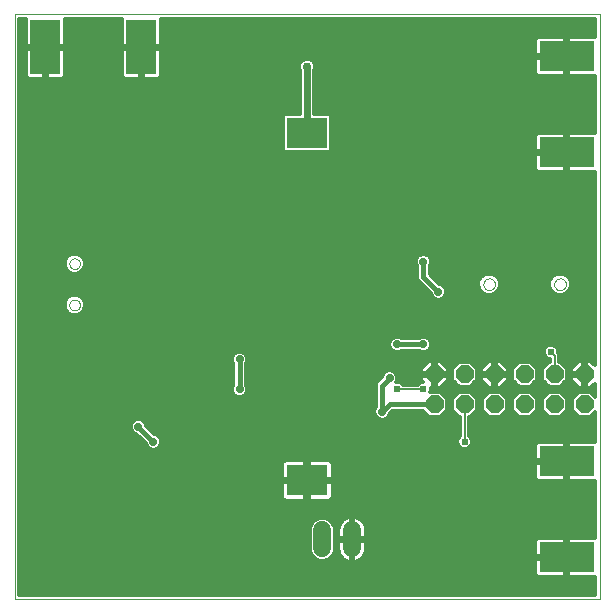
<source format=gbl>
G75*
G70*
%OFA0B0*%
%FSLAX24Y24*%
%IPPOS*%
%LPD*%
%AMOC8*
5,1,8,0,0,1.08239X$1,22.5*
%
%ADD10C,0.0000*%
%ADD11R,0.1000X0.1800*%
%ADD12R,0.1800X0.1000*%
%ADD13R,0.1378X0.1024*%
%ADD14OC8,0.0600*%
%ADD15C,0.0594*%
%ADD16C,0.0300*%
%ADD17C,0.0280*%
%ADD18C,0.0120*%
%ADD19C,0.0240*%
%ADD20C,0.0180*%
%ADD21C,0.0240*%
%ADD22C,0.0060*%
D10*
X000675Y000300D02*
X000675Y019800D01*
X020175Y019800D01*
X020175Y000300D01*
X000675Y000300D01*
X002498Y010111D02*
X002500Y010137D01*
X002506Y010163D01*
X002516Y010188D01*
X002529Y010211D01*
X002545Y010231D01*
X002565Y010249D01*
X002587Y010264D01*
X002610Y010276D01*
X002636Y010284D01*
X002662Y010288D01*
X002688Y010288D01*
X002714Y010284D01*
X002740Y010276D01*
X002764Y010264D01*
X002785Y010249D01*
X002805Y010231D01*
X002821Y010211D01*
X002834Y010188D01*
X002844Y010163D01*
X002850Y010137D01*
X002852Y010111D01*
X002850Y010085D01*
X002844Y010059D01*
X002834Y010034D01*
X002821Y010011D01*
X002805Y009991D01*
X002785Y009973D01*
X002763Y009958D01*
X002740Y009946D01*
X002714Y009938D01*
X002688Y009934D01*
X002662Y009934D01*
X002636Y009938D01*
X002610Y009946D01*
X002586Y009958D01*
X002565Y009973D01*
X002545Y009991D01*
X002529Y010011D01*
X002516Y010034D01*
X002506Y010059D01*
X002500Y010085D01*
X002498Y010111D01*
X002498Y011489D02*
X002500Y011515D01*
X002506Y011541D01*
X002516Y011566D01*
X002529Y011589D01*
X002545Y011609D01*
X002565Y011627D01*
X002587Y011642D01*
X002610Y011654D01*
X002636Y011662D01*
X002662Y011666D01*
X002688Y011666D01*
X002714Y011662D01*
X002740Y011654D01*
X002764Y011642D01*
X002785Y011627D01*
X002805Y011609D01*
X002821Y011589D01*
X002834Y011566D01*
X002844Y011541D01*
X002850Y011515D01*
X002852Y011489D01*
X002850Y011463D01*
X002844Y011437D01*
X002834Y011412D01*
X002821Y011389D01*
X002805Y011369D01*
X002785Y011351D01*
X002763Y011336D01*
X002740Y011324D01*
X002714Y011316D01*
X002688Y011312D01*
X002662Y011312D01*
X002636Y011316D01*
X002610Y011324D01*
X002586Y011336D01*
X002565Y011351D01*
X002545Y011369D01*
X002529Y011389D01*
X002516Y011412D01*
X002506Y011437D01*
X002500Y011463D01*
X002498Y011489D01*
X000800Y019800D02*
X005800Y019800D01*
X016297Y010800D02*
X016299Y010827D01*
X016305Y010854D01*
X016314Y010880D01*
X016327Y010904D01*
X016343Y010927D01*
X016362Y010946D01*
X016384Y010963D01*
X016408Y010977D01*
X016433Y010987D01*
X016460Y010994D01*
X016487Y010997D01*
X016515Y010996D01*
X016542Y010991D01*
X016568Y010983D01*
X016592Y010971D01*
X016615Y010955D01*
X016636Y010937D01*
X016653Y010916D01*
X016668Y010892D01*
X016679Y010867D01*
X016687Y010841D01*
X016691Y010814D01*
X016691Y010786D01*
X016687Y010759D01*
X016679Y010733D01*
X016668Y010708D01*
X016653Y010684D01*
X016636Y010663D01*
X016615Y010645D01*
X016593Y010629D01*
X016568Y010617D01*
X016542Y010609D01*
X016515Y010604D01*
X016487Y010603D01*
X016460Y010606D01*
X016433Y010613D01*
X016408Y010623D01*
X016384Y010637D01*
X016362Y010654D01*
X016343Y010673D01*
X016327Y010696D01*
X016314Y010720D01*
X016305Y010746D01*
X016299Y010773D01*
X016297Y010800D01*
X018659Y010800D02*
X018661Y010827D01*
X018667Y010854D01*
X018676Y010880D01*
X018689Y010904D01*
X018705Y010927D01*
X018724Y010946D01*
X018746Y010963D01*
X018770Y010977D01*
X018795Y010987D01*
X018822Y010994D01*
X018849Y010997D01*
X018877Y010996D01*
X018904Y010991D01*
X018930Y010983D01*
X018954Y010971D01*
X018977Y010955D01*
X018998Y010937D01*
X019015Y010916D01*
X019030Y010892D01*
X019041Y010867D01*
X019049Y010841D01*
X019053Y010814D01*
X019053Y010786D01*
X019049Y010759D01*
X019041Y010733D01*
X019030Y010708D01*
X019015Y010684D01*
X018998Y010663D01*
X018977Y010645D01*
X018955Y010629D01*
X018930Y010617D01*
X018904Y010609D01*
X018877Y010604D01*
X018849Y010603D01*
X018822Y010606D01*
X018795Y010613D01*
X018770Y010623D01*
X018746Y010637D01*
X018724Y010654D01*
X018705Y010673D01*
X018689Y010696D01*
X018676Y010720D01*
X018667Y010746D01*
X018661Y010773D01*
X018659Y010800D01*
X020175Y014300D02*
X020175Y019300D01*
X020175Y005800D02*
X020175Y000800D01*
D11*
X004900Y018700D03*
X001700Y018700D03*
D12*
X019075Y018400D03*
X019075Y015200D03*
X019075Y004900D03*
X019075Y001700D03*
D13*
X010425Y004263D03*
X010425Y015837D03*
D14*
X014675Y007800D03*
X014675Y006800D03*
X015675Y006800D03*
X015675Y007800D03*
X016675Y007800D03*
X016675Y006800D03*
X017675Y006800D03*
X017675Y007800D03*
X018675Y007800D03*
X018675Y006800D03*
X019675Y006800D03*
X019675Y007800D03*
D15*
X011925Y002597D02*
X011925Y002003D01*
X010925Y002003D02*
X010925Y002597D01*
D16*
X003175Y008300D03*
X001675Y008300D03*
X001675Y013300D03*
X003175Y013300D03*
X006425Y015675D03*
X006425Y016550D03*
X010425Y018050D03*
X014425Y016550D03*
X014425Y016050D03*
X014425Y012550D03*
D17*
X014300Y011550D03*
X015175Y011050D03*
X014800Y010550D03*
X014300Y008800D03*
X013425Y008800D03*
X013175Y007675D03*
X012925Y006550D03*
X012675Y005425D03*
X012675Y004925D03*
X012675Y004300D03*
X012675Y003800D03*
X009425Y001550D03*
X008675Y001425D03*
X008675Y000800D03*
X007925Y002675D03*
X007425Y002675D03*
X006675Y001425D03*
X006675Y000800D03*
X005425Y001550D03*
X004675Y001425D03*
X004675Y000800D03*
X002675Y000800D03*
X002675Y001425D03*
X003425Y002675D03*
X003925Y002675D03*
X003675Y004050D03*
X003425Y005550D03*
X002675Y005550D03*
X004175Y005550D03*
X004800Y006050D03*
X005300Y005550D03*
X007175Y005550D03*
X007925Y005550D03*
X007675Y004050D03*
X009300Y006675D03*
X008175Y007300D03*
X008175Y008300D03*
X004675Y012050D03*
X014925Y014800D03*
X019300Y012925D03*
D18*
X020015Y012980D02*
X000835Y012980D01*
X000835Y013098D02*
X020015Y013098D01*
X020015Y013217D02*
X000835Y013217D01*
X000835Y013335D02*
X020015Y013335D01*
X020015Y013454D02*
X000835Y013454D01*
X000835Y013572D02*
X020015Y013572D01*
X020015Y013691D02*
X000835Y013691D01*
X000835Y013809D02*
X020015Y013809D01*
X020015Y013928D02*
X000835Y013928D01*
X000835Y014046D02*
X020015Y014046D01*
X020015Y014165D02*
X000835Y014165D01*
X000835Y014283D02*
X020015Y014283D01*
X020015Y014402D02*
X000835Y014402D01*
X000835Y014520D02*
X020015Y014520D01*
X020015Y014545D02*
X020015Y008111D01*
X019866Y008260D01*
X019715Y008260D01*
X019715Y007840D01*
X019635Y007840D01*
X019635Y008260D01*
X019484Y008260D01*
X019215Y007991D01*
X019215Y007840D01*
X019635Y007840D01*
X019635Y007760D01*
X019715Y007760D01*
X019715Y007340D01*
X019866Y007340D01*
X020015Y007489D01*
X020015Y007054D01*
X019849Y007220D01*
X019501Y007220D01*
X019255Y006974D01*
X019255Y006626D01*
X019501Y006380D01*
X019849Y006380D01*
X020015Y006546D01*
X020015Y005555D01*
X019996Y005560D01*
X019135Y005560D01*
X019135Y004960D01*
X019015Y004960D01*
X019015Y005560D01*
X018154Y005560D01*
X018113Y005549D01*
X018077Y005528D01*
X018047Y005498D01*
X018026Y005462D01*
X018015Y005421D01*
X018015Y004960D01*
X019015Y004960D01*
X019015Y004840D01*
X019135Y004840D01*
X019135Y004240D01*
X019996Y004240D01*
X020015Y004245D01*
X020015Y002355D01*
X019996Y002360D01*
X019135Y002360D01*
X019135Y001760D01*
X019015Y001760D01*
X019015Y002360D01*
X018154Y002360D01*
X018113Y002349D01*
X018077Y002328D01*
X018047Y002298D01*
X018026Y002262D01*
X018015Y002221D01*
X018015Y001760D01*
X019015Y001760D01*
X019015Y001640D01*
X019135Y001640D01*
X019135Y001040D01*
X019996Y001040D01*
X020015Y001045D01*
X020015Y000460D01*
X000835Y000460D01*
X000835Y019640D01*
X001045Y019640D01*
X001040Y019621D01*
X001040Y018760D01*
X001640Y018760D01*
X001640Y018640D01*
X001760Y018640D01*
X001760Y018760D01*
X002360Y018760D01*
X002360Y019621D01*
X002355Y019640D01*
X004245Y019640D01*
X004240Y019621D01*
X004240Y018760D01*
X004840Y018760D01*
X004840Y018640D01*
X004960Y018640D01*
X004960Y018760D01*
X005560Y018760D01*
X005560Y019621D01*
X005555Y019640D01*
X020015Y019640D01*
X020015Y019055D01*
X019996Y019060D01*
X019135Y019060D01*
X019135Y018460D01*
X019015Y018460D01*
X019015Y019060D01*
X018154Y019060D01*
X018113Y019049D01*
X018077Y019028D01*
X018047Y018998D01*
X018026Y018962D01*
X018015Y018921D01*
X018015Y018460D01*
X019015Y018460D01*
X019015Y018340D01*
X019135Y018340D01*
X019135Y017740D01*
X019996Y017740D01*
X020015Y017745D01*
X020015Y015855D01*
X019996Y015860D01*
X019135Y015860D01*
X019135Y015260D01*
X019015Y015260D01*
X019015Y015860D01*
X018154Y015860D01*
X018113Y015849D01*
X018077Y015828D01*
X018047Y015798D01*
X018026Y015762D01*
X018015Y015721D01*
X018015Y015260D01*
X019015Y015260D01*
X019015Y015140D01*
X019135Y015140D01*
X019135Y014540D01*
X019996Y014540D01*
X020015Y014545D01*
X019135Y014639D02*
X019015Y014639D01*
X019015Y014540D02*
X019015Y015140D01*
X018015Y015140D01*
X018015Y014679D01*
X018026Y014638D01*
X018047Y014602D01*
X018077Y014572D01*
X018113Y014551D01*
X018154Y014540D01*
X019015Y014540D01*
X019015Y014757D02*
X019135Y014757D01*
X019135Y014876D02*
X019015Y014876D01*
X019015Y014994D02*
X019135Y014994D01*
X019135Y015113D02*
X019015Y015113D01*
X019015Y015231D02*
X011189Y015231D01*
X011164Y015206D02*
X011234Y015276D01*
X011234Y016399D01*
X011164Y016469D01*
X010665Y016469D01*
X010665Y017924D01*
X010695Y017996D01*
X010695Y018104D01*
X010654Y018203D01*
X010578Y018279D01*
X010479Y018320D01*
X010371Y018320D01*
X010272Y018279D01*
X010196Y018203D01*
X010155Y018104D01*
X010155Y017996D01*
X010185Y017924D01*
X010185Y016469D01*
X009686Y016469D01*
X009616Y016399D01*
X009616Y015276D01*
X009686Y015206D01*
X011164Y015206D01*
X011234Y015350D02*
X018015Y015350D01*
X018015Y015468D02*
X011234Y015468D01*
X011234Y015587D02*
X018015Y015587D01*
X018015Y015705D02*
X011234Y015705D01*
X011234Y015824D02*
X018072Y015824D01*
X018015Y015113D02*
X000835Y015113D01*
X000835Y015231D02*
X009661Y015231D01*
X009616Y015350D02*
X000835Y015350D01*
X000835Y015468D02*
X009616Y015468D01*
X009616Y015587D02*
X000835Y015587D01*
X000835Y015705D02*
X009616Y015705D01*
X009616Y015824D02*
X000835Y015824D01*
X000835Y015942D02*
X009616Y015942D01*
X009616Y016061D02*
X000835Y016061D01*
X000835Y016179D02*
X009616Y016179D01*
X009616Y016298D02*
X000835Y016298D01*
X000835Y016416D02*
X009633Y016416D01*
X010185Y016535D02*
X000835Y016535D01*
X000835Y016653D02*
X010185Y016653D01*
X010185Y016772D02*
X000835Y016772D01*
X000835Y016890D02*
X010185Y016890D01*
X010185Y017009D02*
X000835Y017009D01*
X000835Y017127D02*
X010185Y017127D01*
X010185Y017246D02*
X000835Y017246D01*
X000835Y017364D02*
X010185Y017364D01*
X010185Y017483D02*
X000835Y017483D01*
X000835Y017601D02*
X010185Y017601D01*
X010185Y017720D02*
X005538Y017720D01*
X005528Y017702D02*
X005549Y017738D01*
X005560Y017779D01*
X005560Y018640D01*
X004960Y018640D01*
X004960Y017640D01*
X005421Y017640D01*
X005462Y017651D01*
X005498Y017672D01*
X005528Y017702D01*
X005560Y017838D02*
X010185Y017838D01*
X010171Y017957D02*
X005560Y017957D01*
X005560Y018075D02*
X010155Y018075D01*
X010192Y018194D02*
X005560Y018194D01*
X005560Y018312D02*
X010352Y018312D01*
X010498Y018312D02*
X018015Y018312D01*
X018015Y018340D02*
X018015Y017879D01*
X018026Y017838D01*
X010665Y017838D01*
X010665Y017720D02*
X020015Y017720D01*
X020015Y017601D02*
X010665Y017601D01*
X010665Y017483D02*
X020015Y017483D01*
X020015Y017364D02*
X010665Y017364D01*
X010665Y017246D02*
X020015Y017246D01*
X020015Y017127D02*
X010665Y017127D01*
X010665Y017009D02*
X020015Y017009D01*
X020015Y016890D02*
X010665Y016890D01*
X010665Y016772D02*
X020015Y016772D01*
X020015Y016653D02*
X010665Y016653D01*
X010665Y016535D02*
X020015Y016535D01*
X020015Y016416D02*
X011217Y016416D01*
X011234Y016298D02*
X020015Y016298D01*
X020015Y016179D02*
X011234Y016179D01*
X011234Y016061D02*
X020015Y016061D01*
X020015Y015942D02*
X011234Y015942D01*
X010679Y017957D02*
X018015Y017957D01*
X018015Y018075D02*
X010695Y018075D01*
X010658Y018194D02*
X018015Y018194D01*
X018015Y018340D02*
X019015Y018340D01*
X019015Y017740D01*
X018154Y017740D01*
X018113Y017751D01*
X018077Y017772D01*
X018047Y017802D01*
X018026Y017838D01*
X018015Y018549D02*
X005560Y018549D01*
X005560Y018431D02*
X019015Y018431D01*
X019015Y018549D02*
X019135Y018549D01*
X019135Y018668D02*
X019015Y018668D01*
X019015Y018786D02*
X019135Y018786D01*
X019135Y018905D02*
X019015Y018905D01*
X019015Y019023D02*
X019135Y019023D01*
X019135Y018312D02*
X019015Y018312D01*
X019015Y018194D02*
X019135Y018194D01*
X019135Y018075D02*
X019015Y018075D01*
X019015Y017957D02*
X019135Y017957D01*
X019135Y017838D02*
X019015Y017838D01*
X018015Y018668D02*
X004960Y018668D01*
X004960Y018549D02*
X004840Y018549D01*
X004840Y018640D02*
X004840Y017640D01*
X004379Y017640D01*
X004338Y017651D01*
X004302Y017672D01*
X004272Y017702D01*
X004251Y017738D01*
X004240Y017779D01*
X004240Y018640D01*
X004840Y018640D01*
X004840Y018668D02*
X001760Y018668D01*
X001760Y018640D02*
X002360Y018640D01*
X002360Y017779D01*
X002349Y017738D01*
X002328Y017702D01*
X002298Y017672D01*
X002262Y017651D01*
X002221Y017640D01*
X001760Y017640D01*
X001760Y018640D01*
X001760Y018549D02*
X001640Y018549D01*
X001640Y018640D02*
X001640Y017640D01*
X001179Y017640D01*
X001138Y017651D01*
X001102Y017672D01*
X001072Y017702D01*
X001051Y017738D01*
X001040Y017779D01*
X001040Y018640D01*
X001640Y018640D01*
X001640Y018668D02*
X000835Y018668D01*
X000835Y018786D02*
X001040Y018786D01*
X001040Y018905D02*
X000835Y018905D01*
X000835Y019023D02*
X001040Y019023D01*
X001040Y019142D02*
X000835Y019142D01*
X000835Y019260D02*
X001040Y019260D01*
X001040Y019379D02*
X000835Y019379D01*
X000835Y019497D02*
X001040Y019497D01*
X001040Y019616D02*
X000835Y019616D01*
X000835Y018549D02*
X001040Y018549D01*
X001040Y018431D02*
X000835Y018431D01*
X000835Y018312D02*
X001040Y018312D01*
X001040Y018194D02*
X000835Y018194D01*
X000835Y018075D02*
X001040Y018075D01*
X001040Y017957D02*
X000835Y017957D01*
X000835Y017838D02*
X001040Y017838D01*
X001062Y017720D02*
X000835Y017720D01*
X001640Y017720D02*
X001760Y017720D01*
X001760Y017838D02*
X001640Y017838D01*
X001640Y017957D02*
X001760Y017957D01*
X001760Y018075D02*
X001640Y018075D01*
X001640Y018194D02*
X001760Y018194D01*
X001760Y018312D02*
X001640Y018312D01*
X001640Y018431D02*
X001760Y018431D01*
X002360Y018431D02*
X004240Y018431D01*
X004240Y018549D02*
X002360Y018549D01*
X002360Y018312D02*
X004240Y018312D01*
X004240Y018194D02*
X002360Y018194D01*
X002360Y018075D02*
X004240Y018075D01*
X004240Y017957D02*
X002360Y017957D01*
X002360Y017838D02*
X004240Y017838D01*
X004262Y017720D02*
X002338Y017720D01*
X002360Y018786D02*
X004240Y018786D01*
X004240Y018905D02*
X002360Y018905D01*
X002360Y019023D02*
X004240Y019023D01*
X004240Y019142D02*
X002360Y019142D01*
X002360Y019260D02*
X004240Y019260D01*
X004240Y019379D02*
X002360Y019379D01*
X002360Y019497D02*
X004240Y019497D01*
X004240Y019616D02*
X002360Y019616D01*
X004840Y018431D02*
X004960Y018431D01*
X004960Y018312D02*
X004840Y018312D01*
X004840Y018194D02*
X004960Y018194D01*
X004960Y018075D02*
X004840Y018075D01*
X004840Y017957D02*
X004960Y017957D01*
X004960Y017838D02*
X004840Y017838D01*
X004840Y017720D02*
X004960Y017720D01*
X005560Y018786D02*
X018015Y018786D01*
X018015Y018905D02*
X005560Y018905D01*
X005560Y019023D02*
X018072Y019023D01*
X020015Y019142D02*
X005560Y019142D01*
X005560Y019260D02*
X020015Y019260D01*
X020015Y019379D02*
X005560Y019379D01*
X005560Y019497D02*
X020015Y019497D01*
X020015Y019616D02*
X005560Y019616D01*
X000835Y014994D02*
X018015Y014994D01*
X018015Y014876D02*
X000835Y014876D01*
X000835Y014757D02*
X018015Y014757D01*
X018026Y014639D02*
X000835Y014639D01*
X000835Y012861D02*
X020015Y012861D01*
X020015Y012743D02*
X000835Y012743D01*
X000835Y012624D02*
X020015Y012624D01*
X020015Y012506D02*
X000835Y012506D01*
X000835Y012387D02*
X020015Y012387D01*
X020015Y012269D02*
X000835Y012269D01*
X000835Y012150D02*
X020015Y012150D01*
X020015Y012032D02*
X000835Y012032D01*
X000835Y011913D02*
X020015Y011913D01*
X020015Y011795D02*
X014389Y011795D01*
X014352Y011810D02*
X014248Y011810D01*
X014153Y011770D01*
X014080Y011697D01*
X014040Y011602D01*
X014040Y011498D01*
X014080Y011403D01*
X014090Y011392D01*
X014090Y010963D01*
X014540Y010513D01*
X014540Y010498D01*
X014580Y010403D01*
X014653Y010330D01*
X014748Y010290D01*
X014852Y010290D01*
X014947Y010330D01*
X015020Y010403D01*
X015060Y010498D01*
X015060Y010602D01*
X015020Y010697D01*
X014947Y010770D01*
X014852Y010810D01*
X014837Y010810D01*
X014510Y011137D01*
X014510Y011392D01*
X014520Y011403D01*
X014560Y011498D01*
X014560Y011602D01*
X014520Y011697D01*
X014447Y011770D01*
X014352Y011810D01*
X014211Y011795D02*
X002818Y011795D01*
X002866Y011775D02*
X002742Y011826D01*
X002608Y011826D01*
X002484Y011775D01*
X002389Y011680D01*
X002338Y011556D01*
X002338Y011422D01*
X002389Y011298D01*
X002484Y011203D01*
X002608Y011152D01*
X002742Y011152D01*
X002866Y011203D01*
X002961Y011298D01*
X003012Y011422D01*
X003012Y011556D01*
X002961Y011680D01*
X002866Y011775D01*
X002962Y011676D02*
X014071Y011676D01*
X014040Y011558D02*
X003012Y011558D01*
X003012Y011439D02*
X014065Y011439D01*
X014090Y011321D02*
X002970Y011321D01*
X002863Y011202D02*
X014090Y011202D01*
X014090Y011084D02*
X000835Y011084D01*
X000835Y011202D02*
X002487Y011202D01*
X002380Y011321D02*
X000835Y011321D01*
X000835Y011439D02*
X002338Y011439D01*
X002338Y011558D02*
X000835Y011558D01*
X000835Y011676D02*
X002388Y011676D01*
X002532Y011795D02*
X000835Y011795D01*
X000835Y010965D02*
X014090Y010965D01*
X014206Y010847D02*
X000835Y010847D01*
X000835Y010728D02*
X014325Y010728D01*
X014443Y010610D02*
X000835Y010610D01*
X000835Y010491D02*
X014543Y010491D01*
X014610Y010373D02*
X002890Y010373D01*
X002866Y010397D02*
X002961Y010302D01*
X003012Y010178D01*
X003012Y010044D01*
X002961Y009920D01*
X002866Y009825D01*
X002742Y009774D01*
X002608Y009774D01*
X002484Y009825D01*
X002389Y009920D01*
X002338Y010044D01*
X002338Y010178D01*
X002389Y010302D01*
X002484Y010397D01*
X002608Y010448D01*
X002742Y010448D01*
X002866Y010397D01*
X002981Y010254D02*
X020015Y010254D01*
X020015Y010136D02*
X003012Y010136D01*
X003001Y010017D02*
X020015Y010017D01*
X020015Y009899D02*
X002939Y009899D01*
X002757Y009780D02*
X020015Y009780D01*
X020015Y009662D02*
X000835Y009662D01*
X000835Y009780D02*
X002593Y009780D01*
X002411Y009899D02*
X000835Y009899D01*
X000835Y010017D02*
X002349Y010017D01*
X002338Y010136D02*
X000835Y010136D01*
X000835Y010254D02*
X002369Y010254D01*
X002460Y010373D02*
X000835Y010373D01*
X000835Y009543D02*
X020015Y009543D01*
X020015Y009425D02*
X000835Y009425D01*
X000835Y009306D02*
X020015Y009306D01*
X020015Y009188D02*
X000835Y009188D01*
X000835Y009069D02*
X020015Y009069D01*
X020015Y008951D02*
X014517Y008951D01*
X014520Y008947D02*
X014447Y009020D01*
X014352Y009060D01*
X014248Y009060D01*
X014153Y009020D01*
X014142Y009010D01*
X013583Y009010D01*
X013572Y009020D01*
X013477Y009060D01*
X013373Y009060D01*
X013278Y009020D01*
X013205Y008947D01*
X013165Y008852D01*
X013165Y008748D01*
X013205Y008653D01*
X013278Y008580D01*
X013373Y008540D01*
X013477Y008540D01*
X013572Y008580D01*
X013583Y008590D01*
X014142Y008590D01*
X014153Y008580D01*
X014248Y008540D01*
X014352Y008540D01*
X014447Y008580D01*
X014520Y008653D01*
X014560Y008748D01*
X014560Y008852D01*
X014520Y008947D01*
X014560Y008832D02*
X020015Y008832D01*
X020015Y008714D02*
X018726Y008714D01*
X018753Y008686D02*
X018686Y008753D01*
X018598Y008790D01*
X018502Y008790D01*
X018414Y008753D01*
X018347Y008686D01*
X018310Y008598D01*
X018310Y008502D01*
X018347Y008414D01*
X018414Y008347D01*
X018502Y008310D01*
X018525Y008310D01*
X018525Y008220D01*
X018501Y008220D01*
X018255Y007974D01*
X018255Y007626D01*
X018501Y007380D01*
X018849Y007380D01*
X019095Y007626D01*
X019095Y007974D01*
X018849Y008220D01*
X018825Y008220D01*
X018825Y008487D01*
X018790Y008522D01*
X018790Y008598D01*
X018753Y008686D01*
X018790Y008595D02*
X020015Y008595D01*
X020015Y008477D02*
X018825Y008477D01*
X018825Y008358D02*
X020015Y008358D01*
X020015Y008240D02*
X019886Y008240D01*
X020005Y008121D02*
X020015Y008121D01*
X019715Y008121D02*
X019635Y008121D01*
X019635Y008003D02*
X019715Y008003D01*
X019715Y007884D02*
X019635Y007884D01*
X019635Y007766D02*
X019095Y007766D01*
X019095Y007884D02*
X019215Y007884D01*
X019227Y008003D02*
X019066Y008003D01*
X018948Y008121D02*
X019345Y008121D01*
X019464Y008240D02*
X018825Y008240D01*
X018525Y008240D02*
X016886Y008240D01*
X016866Y008260D02*
X016715Y008260D01*
X016715Y007840D01*
X017135Y007840D01*
X017135Y007991D01*
X016866Y008260D01*
X016715Y008240D02*
X016635Y008240D01*
X016635Y008260D02*
X016484Y008260D01*
X016215Y007991D01*
X016215Y007840D01*
X016635Y007840D01*
X016635Y008260D01*
X016635Y008121D02*
X016715Y008121D01*
X016715Y008003D02*
X016635Y008003D01*
X016635Y007884D02*
X016715Y007884D01*
X016715Y007840D02*
X016635Y007840D01*
X016635Y007760D01*
X016715Y007760D01*
X016715Y007840D01*
X016715Y007766D02*
X017255Y007766D01*
X017255Y007884D02*
X017135Y007884D01*
X017123Y008003D02*
X017284Y008003D01*
X017255Y007974D02*
X017255Y007626D01*
X017501Y007380D01*
X017849Y007380D01*
X018095Y007626D01*
X018095Y007974D01*
X017849Y008220D01*
X017501Y008220D01*
X017255Y007974D01*
X017402Y008121D02*
X017005Y008121D01*
X017135Y007760D02*
X016715Y007760D01*
X016715Y007340D01*
X016866Y007340D01*
X017135Y007609D01*
X017135Y007760D01*
X017135Y007647D02*
X017255Y007647D01*
X017353Y007529D02*
X017054Y007529D01*
X016936Y007410D02*
X017471Y007410D01*
X017501Y007220D02*
X017255Y006974D01*
X017255Y006626D01*
X017501Y006380D01*
X017849Y006380D01*
X018095Y006626D01*
X018095Y006974D01*
X017849Y007220D01*
X017501Y007220D01*
X017454Y007173D02*
X016896Y007173D01*
X016849Y007220D02*
X016501Y007220D01*
X016255Y006974D01*
X016255Y006626D01*
X016501Y006380D01*
X016849Y006380D01*
X017095Y006626D01*
X017095Y006974D01*
X016849Y007220D01*
X016715Y007410D02*
X016635Y007410D01*
X016635Y007340D02*
X016635Y007760D01*
X016215Y007760D01*
X016215Y007609D01*
X016484Y007340D01*
X016635Y007340D01*
X016635Y007529D02*
X016715Y007529D01*
X016715Y007647D02*
X016635Y007647D01*
X016635Y007766D02*
X016095Y007766D01*
X016095Y007884D02*
X016215Y007884D01*
X016227Y008003D02*
X016066Y008003D01*
X016095Y007974D02*
X015849Y008220D01*
X015501Y008220D01*
X015255Y007974D01*
X015255Y007626D01*
X015501Y007380D01*
X015849Y007380D01*
X016095Y007626D01*
X016095Y007974D01*
X015948Y008121D02*
X016345Y008121D01*
X016464Y008240D02*
X014886Y008240D01*
X014866Y008260D02*
X014715Y008260D01*
X014715Y007840D01*
X014635Y007840D01*
X014635Y008260D01*
X014484Y008260D01*
X014215Y007991D01*
X014215Y007840D01*
X014635Y007840D01*
X014635Y007760D01*
X014215Y007760D01*
X014215Y007609D01*
X014284Y007540D01*
X014252Y007540D01*
X014164Y007503D01*
X014111Y007450D01*
X013614Y007450D01*
X013561Y007503D01*
X013473Y007540D01*
X013401Y007540D01*
X013435Y007623D01*
X013435Y007727D01*
X013395Y007822D01*
X013322Y007895D01*
X013227Y007935D01*
X013123Y007935D01*
X013028Y007895D01*
X012955Y007822D01*
X012915Y007727D01*
X012915Y007712D01*
X012838Y007635D01*
X012715Y007512D01*
X012715Y006708D01*
X012705Y006697D01*
X012665Y006602D01*
X012665Y006498D01*
X012705Y006403D01*
X012778Y006330D01*
X012873Y006290D01*
X012977Y006290D01*
X013072Y006330D01*
X013145Y006403D01*
X013185Y006498D01*
X013185Y006513D01*
X013262Y006590D01*
X014291Y006590D01*
X014501Y006380D01*
X014849Y006380D01*
X015095Y006626D01*
X015095Y006974D01*
X014849Y007220D01*
X014527Y007220D01*
X014540Y007252D01*
X014540Y007340D01*
X014635Y007340D01*
X014635Y007760D01*
X014715Y007760D01*
X014715Y007840D01*
X015135Y007840D01*
X015135Y007991D01*
X014866Y008260D01*
X014715Y008240D02*
X014635Y008240D01*
X014635Y008121D02*
X014715Y008121D01*
X014715Y008003D02*
X014635Y008003D01*
X014635Y007884D02*
X014715Y007884D01*
X014715Y007766D02*
X015255Y007766D01*
X015255Y007884D02*
X015135Y007884D01*
X015123Y008003D02*
X015284Y008003D01*
X015402Y008121D02*
X015005Y008121D01*
X015135Y007760D02*
X014715Y007760D01*
X014715Y007340D01*
X014866Y007340D01*
X015135Y007609D01*
X015135Y007760D01*
X015135Y007647D02*
X015255Y007647D01*
X015353Y007529D02*
X015054Y007529D01*
X014936Y007410D02*
X015471Y007410D01*
X015501Y007220D02*
X015255Y006974D01*
X015255Y006626D01*
X015501Y006380D01*
X015525Y006380D01*
X015525Y005739D01*
X015472Y005686D01*
X015435Y005598D01*
X015435Y005502D01*
X015472Y005414D01*
X015539Y005347D01*
X015627Y005310D01*
X015723Y005310D01*
X015811Y005347D01*
X015878Y005414D01*
X015915Y005502D01*
X015915Y005598D01*
X015878Y005686D01*
X015825Y005739D01*
X015825Y006380D01*
X015849Y006380D01*
X016095Y006626D01*
X016095Y006974D01*
X015849Y007220D01*
X015501Y007220D01*
X015454Y007173D02*
X014896Y007173D01*
X015014Y007055D02*
X015336Y007055D01*
X015255Y006936D02*
X015095Y006936D01*
X015095Y006818D02*
X015255Y006818D01*
X015255Y006699D02*
X015095Y006699D01*
X015049Y006581D02*
X015301Y006581D01*
X015419Y006462D02*
X014931Y006462D01*
X014419Y006462D02*
X013170Y006462D01*
X013252Y006581D02*
X014301Y006581D01*
X014540Y007292D02*
X020015Y007292D01*
X020015Y007410D02*
X019936Y007410D01*
X019715Y007410D02*
X019635Y007410D01*
X019635Y007340D02*
X019635Y007760D01*
X019215Y007760D01*
X019215Y007609D01*
X019484Y007340D01*
X019635Y007340D01*
X019635Y007529D02*
X019715Y007529D01*
X019715Y007647D02*
X019635Y007647D01*
X019414Y007410D02*
X018879Y007410D01*
X018997Y007529D02*
X019296Y007529D01*
X019215Y007647D02*
X019095Y007647D01*
X018849Y007220D02*
X018501Y007220D01*
X018255Y006974D01*
X018255Y006626D01*
X018501Y006380D01*
X018849Y006380D01*
X019095Y006626D01*
X019095Y006974D01*
X018849Y007220D01*
X018896Y007173D02*
X019454Y007173D01*
X019336Y007055D02*
X019014Y007055D01*
X019095Y006936D02*
X019255Y006936D01*
X019255Y006818D02*
X019095Y006818D01*
X019095Y006699D02*
X019255Y006699D01*
X019301Y006581D02*
X019049Y006581D01*
X018931Y006462D02*
X019419Y006462D01*
X019931Y006462D02*
X020015Y006462D01*
X020015Y006344D02*
X015825Y006344D01*
X015825Y006225D02*
X020015Y006225D01*
X020015Y006107D02*
X015825Y006107D01*
X015825Y005988D02*
X020015Y005988D01*
X020015Y005870D02*
X015825Y005870D01*
X015825Y005751D02*
X020015Y005751D01*
X020015Y005633D02*
X015901Y005633D01*
X015915Y005514D02*
X018063Y005514D01*
X018015Y005396D02*
X015860Y005396D01*
X015490Y005396D02*
X005513Y005396D01*
X005520Y005403D02*
X005560Y005498D01*
X005560Y005602D01*
X005520Y005697D01*
X005447Y005770D01*
X005352Y005810D01*
X005337Y005810D01*
X005060Y006087D01*
X005060Y006102D01*
X005020Y006197D01*
X004947Y006270D01*
X004852Y006310D01*
X004748Y006310D01*
X004653Y006270D01*
X004580Y006197D01*
X004540Y006102D01*
X004540Y005998D01*
X004580Y005903D01*
X004653Y005830D01*
X004748Y005790D01*
X004763Y005790D01*
X005040Y005513D01*
X005040Y005498D01*
X005080Y005403D01*
X005153Y005330D01*
X005248Y005290D01*
X005352Y005290D01*
X005447Y005330D01*
X005520Y005403D01*
X005560Y005514D02*
X015435Y005514D01*
X015449Y005633D02*
X005547Y005633D01*
X005467Y005751D02*
X015525Y005751D01*
X015525Y005870D02*
X005277Y005870D01*
X005159Y005988D02*
X015525Y005988D01*
X015525Y006107D02*
X005058Y006107D01*
X004993Y006225D02*
X015525Y006225D01*
X015525Y006344D02*
X013086Y006344D01*
X012764Y006344D02*
X000835Y006344D01*
X000835Y006462D02*
X012680Y006462D01*
X012665Y006581D02*
X000835Y006581D01*
X000835Y006699D02*
X012706Y006699D01*
X012715Y006818D02*
X000835Y006818D01*
X000835Y006936D02*
X012715Y006936D01*
X012715Y007055D02*
X008262Y007055D01*
X008227Y007040D02*
X008322Y007080D01*
X008395Y007153D01*
X008435Y007248D01*
X008435Y007352D01*
X008395Y007447D01*
X008385Y007458D01*
X008385Y008142D01*
X008395Y008153D01*
X008435Y008248D01*
X008435Y008352D01*
X008395Y008447D01*
X008322Y008520D01*
X008227Y008560D01*
X008123Y008560D01*
X008028Y008520D01*
X007955Y008447D01*
X007915Y008352D01*
X007915Y008248D01*
X007955Y008153D01*
X007965Y008142D01*
X007965Y007458D01*
X007955Y007447D01*
X007915Y007352D01*
X007915Y007248D01*
X007955Y007153D01*
X008028Y007080D01*
X008123Y007040D01*
X008227Y007040D01*
X008088Y007055D02*
X000835Y007055D01*
X000835Y007173D02*
X007946Y007173D01*
X007915Y007292D02*
X000835Y007292D01*
X000835Y007410D02*
X007939Y007410D01*
X007965Y007529D02*
X000835Y007529D01*
X000835Y007647D02*
X007965Y007647D01*
X007965Y007766D02*
X000835Y007766D01*
X000835Y007884D02*
X007965Y007884D01*
X007965Y008003D02*
X000835Y008003D01*
X000835Y008121D02*
X007965Y008121D01*
X007919Y008240D02*
X000835Y008240D01*
X000835Y008358D02*
X007918Y008358D01*
X007984Y008477D02*
X000835Y008477D01*
X000835Y008595D02*
X013262Y008595D01*
X013179Y008714D02*
X000835Y008714D01*
X000835Y008832D02*
X013165Y008832D01*
X013208Y008951D02*
X000835Y008951D01*
X000835Y006225D02*
X004607Y006225D01*
X004542Y006107D02*
X000835Y006107D01*
X000835Y005988D02*
X004544Y005988D01*
X004613Y005870D02*
X000835Y005870D01*
X000835Y005751D02*
X004802Y005751D01*
X004921Y005633D02*
X000835Y005633D01*
X000835Y005514D02*
X005039Y005514D01*
X005087Y005396D02*
X000835Y005396D01*
X000835Y005277D02*
X018015Y005277D01*
X018015Y005159D02*
X000835Y005159D01*
X000835Y005040D02*
X018015Y005040D01*
X018015Y004840D02*
X018015Y004379D01*
X018026Y004338D01*
X018047Y004302D01*
X018077Y004272D01*
X018113Y004251D01*
X018154Y004240D01*
X019015Y004240D01*
X019015Y004840D01*
X018015Y004840D01*
X018015Y004803D02*
X011272Y004803D01*
X011274Y004795D02*
X011263Y004836D01*
X011242Y004873D01*
X011212Y004902D01*
X011176Y004924D01*
X011135Y004934D01*
X010485Y004934D01*
X010485Y004323D01*
X010365Y004323D01*
X010365Y004934D01*
X009715Y004934D01*
X009674Y004924D01*
X009638Y004902D01*
X009608Y004873D01*
X009587Y004836D01*
X009576Y004795D01*
X009576Y004323D01*
X010365Y004323D01*
X010365Y004203D01*
X009576Y004203D01*
X009576Y003730D01*
X009587Y003689D01*
X009608Y003653D01*
X009638Y003623D01*
X009674Y003602D01*
X009715Y003591D01*
X010365Y003591D01*
X010365Y004203D01*
X010485Y004203D01*
X010485Y004323D01*
X011274Y004323D01*
X011274Y004795D01*
X011274Y004685D02*
X018015Y004685D01*
X018015Y004566D02*
X011274Y004566D01*
X011274Y004448D02*
X018015Y004448D01*
X018031Y004329D02*
X011274Y004329D01*
X011274Y004203D02*
X011274Y003730D01*
X011263Y003689D01*
X011242Y003653D01*
X011212Y003623D01*
X011176Y003602D01*
X011135Y003591D01*
X010485Y003591D01*
X010485Y004203D01*
X011274Y004203D01*
X011274Y004092D02*
X020015Y004092D01*
X020015Y003974D02*
X011274Y003974D01*
X011274Y003855D02*
X020015Y003855D01*
X020015Y003737D02*
X011274Y003737D01*
X011204Y003618D02*
X020015Y003618D01*
X020015Y003500D02*
X000835Y003500D01*
X000835Y003618D02*
X009646Y003618D01*
X009576Y003737D02*
X000835Y003737D01*
X000835Y003855D02*
X009576Y003855D01*
X009576Y003974D02*
X000835Y003974D01*
X000835Y004092D02*
X009576Y004092D01*
X009576Y004329D02*
X000835Y004329D01*
X000835Y004211D02*
X010365Y004211D01*
X010365Y004329D02*
X010485Y004329D01*
X010485Y004211D02*
X020015Y004211D01*
X020015Y003381D02*
X000835Y003381D01*
X000835Y003263D02*
X020015Y003263D01*
X020015Y003144D02*
X000835Y003144D01*
X000835Y003026D02*
X011766Y003026D01*
X011750Y003020D02*
X011686Y002988D01*
X011627Y002945D01*
X011577Y002894D01*
X011534Y002836D01*
X011502Y002772D01*
X011479Y002704D01*
X011468Y002633D01*
X011468Y002338D01*
X011887Y002338D01*
X011887Y002262D01*
X011963Y002262D01*
X011963Y002338D01*
X012382Y002338D01*
X012382Y002633D01*
X012371Y002704D01*
X012348Y002772D01*
X012316Y002836D01*
X012273Y002894D01*
X012223Y002945D01*
X012164Y002988D01*
X012100Y003020D01*
X012032Y003042D01*
X011963Y003053D01*
X011963Y002338D01*
X011887Y002338D01*
X011887Y003053D01*
X011818Y003042D01*
X011750Y003020D01*
X011887Y003026D02*
X011963Y003026D01*
X011963Y002907D02*
X011887Y002907D01*
X011887Y002789D02*
X011963Y002789D01*
X011963Y002670D02*
X011887Y002670D01*
X011887Y002552D02*
X011963Y002552D01*
X011963Y002433D02*
X011887Y002433D01*
X011887Y002315D02*
X011342Y002315D01*
X011342Y002433D02*
X011468Y002433D01*
X011468Y002552D02*
X011342Y002552D01*
X011342Y002670D02*
X011474Y002670D01*
X011510Y002789D02*
X011297Y002789D01*
X011278Y002833D02*
X011342Y002680D01*
X011342Y001920D01*
X011278Y001767D01*
X011161Y001650D01*
X011008Y001586D01*
X010842Y001586D01*
X010689Y001650D01*
X010572Y001767D01*
X010508Y001920D01*
X010508Y002680D01*
X010572Y002833D01*
X010689Y002950D01*
X010842Y003014D01*
X011008Y003014D01*
X011161Y002950D01*
X011278Y002833D01*
X011204Y002907D02*
X011589Y002907D01*
X012084Y003026D02*
X020015Y003026D01*
X020015Y002907D02*
X012261Y002907D01*
X012340Y002789D02*
X020015Y002789D01*
X020015Y002670D02*
X012376Y002670D01*
X012382Y002552D02*
X020015Y002552D01*
X020015Y002433D02*
X012382Y002433D01*
X012382Y002262D02*
X011963Y002262D01*
X011963Y001547D01*
X012032Y001558D01*
X012100Y001580D01*
X012164Y001612D01*
X012223Y001655D01*
X012273Y001706D01*
X012316Y001764D01*
X012348Y001828D01*
X012371Y001896D01*
X012382Y001967D01*
X012382Y002262D01*
X012382Y002196D02*
X018015Y002196D01*
X018015Y002078D02*
X012382Y002078D01*
X012381Y001959D02*
X018015Y001959D01*
X018015Y001841D02*
X012353Y001841D01*
X012285Y001722D02*
X019015Y001722D01*
X019015Y001640D02*
X018015Y001640D01*
X018015Y001179D01*
X018026Y001138D01*
X018047Y001102D01*
X018077Y001072D01*
X018113Y001051D01*
X018154Y001040D01*
X019015Y001040D01*
X019015Y001640D01*
X019015Y001604D02*
X019135Y001604D01*
X019135Y001485D02*
X019015Y001485D01*
X019015Y001367D02*
X019135Y001367D01*
X019135Y001248D02*
X019015Y001248D01*
X019015Y001130D02*
X019135Y001130D01*
X019135Y001841D02*
X019015Y001841D01*
X019015Y001959D02*
X019135Y001959D01*
X019135Y002078D02*
X019015Y002078D01*
X019015Y002196D02*
X019135Y002196D01*
X019135Y002315D02*
X019015Y002315D01*
X018063Y002315D02*
X011963Y002315D01*
X011887Y002262D02*
X011887Y001547D01*
X011818Y001558D01*
X011750Y001580D01*
X011686Y001612D01*
X011627Y001655D01*
X011577Y001706D01*
X011534Y001764D01*
X011502Y001828D01*
X011479Y001896D01*
X011468Y001967D01*
X011468Y002262D01*
X011887Y002262D01*
X011887Y002196D02*
X011963Y002196D01*
X011963Y002078D02*
X011887Y002078D01*
X011887Y001959D02*
X011963Y001959D01*
X011963Y001841D02*
X011887Y001841D01*
X011887Y001722D02*
X011963Y001722D01*
X011963Y001604D02*
X011887Y001604D01*
X011703Y001604D02*
X011049Y001604D01*
X011233Y001722D02*
X011565Y001722D01*
X011497Y001841D02*
X011309Y001841D01*
X011342Y001959D02*
X011469Y001959D01*
X011468Y002078D02*
X011342Y002078D01*
X011342Y002196D02*
X011468Y002196D01*
X010801Y001604D02*
X000835Y001604D01*
X000835Y001722D02*
X010617Y001722D01*
X010541Y001841D02*
X000835Y001841D01*
X000835Y001959D02*
X010508Y001959D01*
X010508Y002078D02*
X000835Y002078D01*
X000835Y002196D02*
X010508Y002196D01*
X010508Y002315D02*
X000835Y002315D01*
X000835Y002433D02*
X010508Y002433D01*
X010508Y002552D02*
X000835Y002552D01*
X000835Y002670D02*
X010508Y002670D01*
X010553Y002789D02*
X000835Y002789D01*
X000835Y002907D02*
X010646Y002907D01*
X010485Y003618D02*
X010365Y003618D01*
X010365Y003737D02*
X010485Y003737D01*
X010485Y003855D02*
X010365Y003855D01*
X010365Y003974D02*
X010485Y003974D01*
X010485Y004092D02*
X010365Y004092D01*
X010365Y004448D02*
X010485Y004448D01*
X010485Y004566D02*
X010365Y004566D01*
X010365Y004685D02*
X010485Y004685D01*
X010485Y004803D02*
X010365Y004803D01*
X010365Y004922D02*
X010485Y004922D01*
X011179Y004922D02*
X019015Y004922D01*
X019015Y005040D02*
X019135Y005040D01*
X019135Y005159D02*
X019015Y005159D01*
X019015Y005277D02*
X019135Y005277D01*
X019135Y005396D02*
X019015Y005396D01*
X019015Y005514D02*
X019135Y005514D01*
X019135Y004803D02*
X019015Y004803D01*
X019015Y004685D02*
X019135Y004685D01*
X019135Y004566D02*
X019015Y004566D01*
X019015Y004448D02*
X019135Y004448D01*
X019135Y004329D02*
X019015Y004329D01*
X018419Y006462D02*
X017931Y006462D01*
X018049Y006581D02*
X018301Y006581D01*
X018255Y006699D02*
X018095Y006699D01*
X018095Y006818D02*
X018255Y006818D01*
X018255Y006936D02*
X018095Y006936D01*
X018014Y007055D02*
X018336Y007055D01*
X018454Y007173D02*
X017896Y007173D01*
X017879Y007410D02*
X018471Y007410D01*
X018353Y007529D02*
X017997Y007529D01*
X018095Y007647D02*
X018255Y007647D01*
X018255Y007766D02*
X018095Y007766D01*
X018095Y007884D02*
X018255Y007884D01*
X018284Y008003D02*
X018066Y008003D01*
X017948Y008121D02*
X018402Y008121D01*
X018403Y008358D02*
X008432Y008358D01*
X008431Y008240D02*
X014464Y008240D01*
X014345Y008121D02*
X008385Y008121D01*
X008385Y008003D02*
X014227Y008003D01*
X014215Y007884D02*
X013334Y007884D01*
X013419Y007766D02*
X014635Y007766D01*
X014635Y007647D02*
X014715Y007647D01*
X014715Y007529D02*
X014635Y007529D01*
X014635Y007410D02*
X014715Y007410D01*
X014225Y007529D02*
X013500Y007529D01*
X013435Y007647D02*
X014215Y007647D01*
X014463Y008595D02*
X018310Y008595D01*
X018321Y008477D02*
X008366Y008477D01*
X008385Y007884D02*
X013016Y007884D01*
X012931Y007766D02*
X008385Y007766D01*
X008385Y007647D02*
X012850Y007647D01*
X012732Y007529D02*
X008385Y007529D01*
X008411Y007410D02*
X012715Y007410D01*
X012715Y007292D02*
X008435Y007292D01*
X008404Y007173D02*
X012715Y007173D01*
X014546Y008714D02*
X018374Y008714D01*
X019635Y008240D02*
X019715Y008240D01*
X019896Y007173D02*
X020015Y007173D01*
X020014Y007055D02*
X020015Y007055D01*
X017419Y006462D02*
X016931Y006462D01*
X017049Y006581D02*
X017301Y006581D01*
X017255Y006699D02*
X017095Y006699D01*
X017095Y006818D02*
X017255Y006818D01*
X017255Y006936D02*
X017095Y006936D01*
X017014Y007055D02*
X017336Y007055D01*
X016454Y007173D02*
X015896Y007173D01*
X016014Y007055D02*
X016336Y007055D01*
X016255Y006936D02*
X016095Y006936D01*
X016095Y006818D02*
X016255Y006818D01*
X016255Y006699D02*
X016095Y006699D01*
X016049Y006581D02*
X016301Y006581D01*
X016419Y006462D02*
X015931Y006462D01*
X015879Y007410D02*
X016414Y007410D01*
X016296Y007529D02*
X015997Y007529D01*
X016095Y007647D02*
X016215Y007647D01*
X014990Y010373D02*
X020015Y010373D01*
X020015Y010491D02*
X019043Y010491D01*
X019058Y010497D02*
X019159Y010598D01*
X019213Y010729D01*
X019213Y010871D01*
X019159Y011002D01*
X019058Y011103D01*
X018927Y011157D01*
X018785Y011157D01*
X018654Y011103D01*
X018553Y011002D01*
X018499Y010871D01*
X018499Y010729D01*
X018553Y010598D01*
X018654Y010497D01*
X018785Y010443D01*
X018927Y010443D01*
X019058Y010497D01*
X019163Y010610D02*
X020015Y010610D01*
X020015Y010728D02*
X019212Y010728D01*
X019213Y010847D02*
X020015Y010847D01*
X020015Y010965D02*
X019174Y010965D01*
X019077Y011084D02*
X020015Y011084D01*
X020015Y011202D02*
X014510Y011202D01*
X014510Y011321D02*
X020015Y011321D01*
X020015Y011439D02*
X014535Y011439D01*
X014560Y011558D02*
X020015Y011558D01*
X020015Y011676D02*
X014529Y011676D01*
X014563Y011084D02*
X016273Y011084D01*
X016292Y011103D02*
X016191Y011002D01*
X016137Y010871D01*
X016137Y010729D01*
X016191Y010598D01*
X016292Y010497D01*
X016423Y010443D01*
X016565Y010443D01*
X016696Y010497D01*
X016797Y010598D01*
X016851Y010729D01*
X016851Y010871D01*
X016797Y011002D01*
X016696Y011103D01*
X016565Y011157D01*
X016423Y011157D01*
X016292Y011103D01*
X016176Y010965D02*
X014682Y010965D01*
X014800Y010847D02*
X016137Y010847D01*
X016138Y010728D02*
X014990Y010728D01*
X015057Y010610D02*
X016187Y010610D01*
X016307Y010491D02*
X015057Y010491D01*
X016681Y010491D02*
X018669Y010491D01*
X018549Y010610D02*
X016801Y010610D01*
X016850Y010728D02*
X018500Y010728D01*
X018499Y010847D02*
X016851Y010847D01*
X016812Y010965D02*
X018538Y010965D01*
X018635Y011084D02*
X016715Y011084D01*
X019015Y015350D02*
X019135Y015350D01*
X019135Y015468D02*
X019015Y015468D01*
X019015Y015587D02*
X019135Y015587D01*
X019135Y015705D02*
X019015Y015705D01*
X019015Y015824D02*
X019135Y015824D01*
X009671Y004922D02*
X000835Y004922D01*
X000835Y004803D02*
X009578Y004803D01*
X009576Y004685D02*
X000835Y004685D01*
X000835Y004566D02*
X009576Y004566D01*
X009576Y004448D02*
X000835Y004448D01*
X000835Y001485D02*
X018015Y001485D01*
X018015Y001367D02*
X000835Y001367D01*
X000835Y001248D02*
X018015Y001248D01*
X018031Y001130D02*
X000835Y001130D01*
X000835Y001011D02*
X020015Y001011D01*
X020015Y000893D02*
X000835Y000893D01*
X000835Y000774D02*
X020015Y000774D01*
X020015Y000656D02*
X000835Y000656D01*
X000835Y000537D02*
X020015Y000537D01*
X018015Y001604D02*
X012147Y001604D01*
D19*
X015675Y005550D03*
X016675Y004300D03*
X017175Y004300D03*
X017175Y002300D03*
X016675Y002300D03*
X014300Y007300D03*
X013425Y007300D03*
X018550Y008550D03*
X017175Y015800D03*
X016675Y015800D03*
X016675Y017800D03*
X017175Y017800D03*
X006050Y016675D03*
X005675Y016675D03*
X005300Y016675D03*
X004925Y016675D03*
X004550Y016675D03*
X004175Y016675D03*
X003800Y016675D03*
X003800Y017050D03*
X003800Y017425D03*
X002800Y017425D03*
X002800Y017050D03*
X002425Y017050D03*
X002175Y017300D03*
X002425Y017550D03*
X001675Y017550D03*
X001175Y017550D03*
X002425Y016050D03*
X002800Y016050D03*
X003050Y015800D03*
X003425Y015675D03*
X003800Y015675D03*
X004175Y015675D03*
X004550Y015675D03*
X004925Y015675D03*
X005300Y015675D03*
X005675Y015675D03*
X006050Y015675D03*
X001675Y015550D03*
X001175Y015550D03*
D20*
X008175Y008300D02*
X008175Y007300D01*
X005300Y005550D02*
X004800Y006050D01*
X012925Y006550D02*
X012925Y007425D01*
X013175Y007675D01*
X013175Y006800D02*
X012925Y006550D01*
X013175Y006800D02*
X014675Y006800D01*
X014300Y008800D02*
X013425Y008800D01*
X014800Y010550D02*
X014300Y011050D01*
X014300Y011550D01*
D21*
X010425Y015837D02*
X010425Y018050D01*
D22*
X018550Y008550D02*
X018675Y008425D01*
X018675Y007800D01*
X015675Y006800D02*
X015675Y005550D01*
X014300Y007300D02*
X013425Y007300D01*
M02*

</source>
